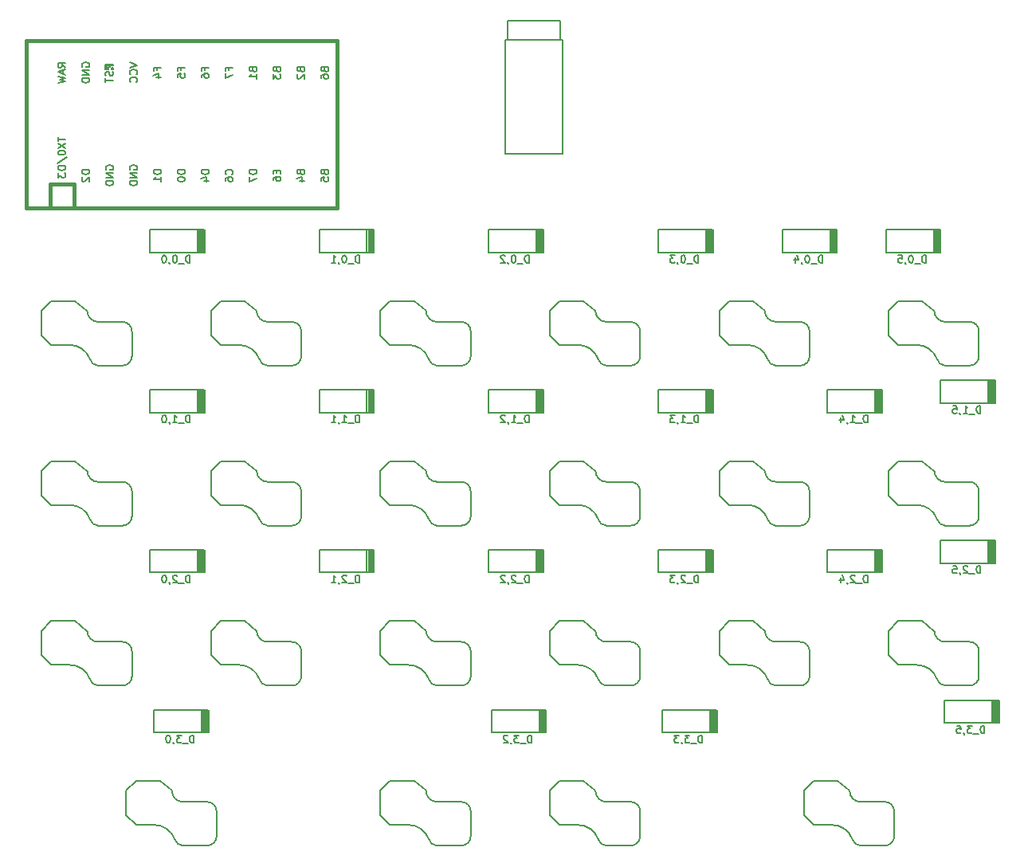
<source format=gbr>
G04 #@! TF.GenerationSoftware,KiCad,Pcbnew,5.1.10-88a1d61d58~88~ubuntu18.04.1*
G04 #@! TF.CreationDate,2021-10-06T13:15:52-05:00*
G04 #@! TF.ProjectId,keyboard,6b657962-6f61-4726-942e-6b696361645f,rev?*
G04 #@! TF.SameCoordinates,Original*
G04 #@! TF.FileFunction,Legend,Bot*
G04 #@! TF.FilePolarity,Positive*
%FSLAX46Y46*%
G04 Gerber Fmt 4.6, Leading zero omitted, Abs format (unit mm)*
G04 Created by KiCad (PCBNEW 5.1.10-88a1d61d58~88~ubuntu18.04.1) date 2021-10-06 13:15:52*
%MOMM*%
%LPD*%
G01*
G04 APERTURE LIST*
%ADD10C,0.150000*%
%ADD11C,0.381000*%
%ADD12C,0.200000*%
G04 APERTURE END LIST*
D10*
X88275000Y-73375000D02*
X89550000Y-74400000D01*
X93300000Y-75575000D02*
X90725000Y-75575000D01*
X84700000Y-74400000D02*
X85725000Y-73375000D01*
X93300000Y-80225000D02*
X90700000Y-80225000D01*
X84700000Y-77000000D02*
X85725000Y-78025000D01*
X88275000Y-73375000D02*
X85725000Y-73375000D01*
X87700000Y-78025000D02*
X85725000Y-78025000D01*
X84700000Y-74400000D02*
X84700000Y-77000000D01*
X94300000Y-76575000D02*
X94300000Y-79225000D01*
X90699005Y-80223791D02*
G75*
G02*
X89837801Y-79521904I38796J926887D01*
G01*
X89550000Y-74400000D02*
G75*
G03*
X90725000Y-75575000I1175000J0D01*
G01*
X94300000Y-76575000D02*
G75*
G03*
X93300000Y-75575000I-1000000J0D01*
G01*
X89837801Y-79521904D02*
G75*
G03*
X87700000Y-78025000I-2137801J-778096D01*
G01*
X94300000Y-79225000D02*
G75*
G02*
X93300000Y-80225000I-1000000J0D01*
G01*
X16275000Y-73375000D02*
X17550000Y-74400000D01*
X21300000Y-75575000D02*
X18725000Y-75575000D01*
X12700000Y-74400000D02*
X13725000Y-73375000D01*
X21300000Y-80225000D02*
X18700000Y-80225000D01*
X12700000Y-77000000D02*
X13725000Y-78025000D01*
X16275000Y-73375000D02*
X13725000Y-73375000D01*
X15700000Y-78025000D02*
X13725000Y-78025000D01*
X12700000Y-74400000D02*
X12700000Y-77000000D01*
X22300000Y-76575000D02*
X22300000Y-79225000D01*
X18699005Y-80223791D02*
G75*
G02*
X17837801Y-79521904I38796J926887D01*
G01*
X17550000Y-74400000D02*
G75*
G03*
X18725000Y-75575000I1175000J0D01*
G01*
X22300000Y-76575000D02*
G75*
G03*
X21300000Y-75575000I-1000000J0D01*
G01*
X17837801Y-79521904D02*
G75*
G03*
X15700000Y-78025000I-2137801J-778096D01*
G01*
X22300000Y-79225000D02*
G75*
G02*
X21300000Y-80225000I-1000000J0D01*
G01*
X53250000Y7400000D02*
X58850000Y7400000D01*
X58850000Y5400000D02*
X58850000Y7400000D01*
X53250000Y5400000D02*
X53250000Y7400000D01*
X59100000Y5400000D02*
X59100000Y-6700000D01*
X53000000Y5400000D02*
X53000000Y-6700000D01*
X53000000Y-6700000D02*
X59100000Y-6700000D01*
X53000000Y5400000D02*
X59100000Y5400000D01*
D11*
X4610000Y-9900000D02*
X4610000Y-12440000D01*
X2070000Y5340000D02*
X2070000Y-12440000D01*
X2070000Y-12440000D02*
X35090000Y-12440000D01*
X35090000Y-12440000D02*
X35090000Y5340000D01*
X35090000Y5340000D02*
X2070000Y5340000D01*
D10*
G36*
X10499030Y2294635D02*
G01*
X10599030Y2294635D01*
X10599030Y2794635D01*
X10499030Y2794635D01*
X10499030Y2294635D01*
G37*
X10499030Y2294635D02*
X10599030Y2294635D01*
X10599030Y2794635D01*
X10499030Y2794635D01*
X10499030Y2294635D01*
G36*
X10499030Y2294635D02*
G01*
X10799030Y2294635D01*
X10799030Y2394635D01*
X10499030Y2394635D01*
X10499030Y2294635D01*
G37*
X10499030Y2294635D02*
X10799030Y2294635D01*
X10799030Y2394635D01*
X10499030Y2394635D01*
X10499030Y2294635D01*
G36*
X11099030Y2294635D02*
G01*
X11299030Y2294635D01*
X11299030Y2394635D01*
X11099030Y2394635D01*
X11099030Y2294635D01*
G37*
X11099030Y2294635D02*
X11299030Y2294635D01*
X11299030Y2394635D01*
X11099030Y2394635D01*
X11099030Y2294635D01*
G36*
X10499030Y2694635D02*
G01*
X11299030Y2694635D01*
X11299030Y2794635D01*
X10499030Y2794635D01*
X10499030Y2694635D01*
G37*
X10499030Y2694635D02*
X11299030Y2694635D01*
X11299030Y2794635D01*
X10499030Y2794635D01*
X10499030Y2694635D01*
G36*
X10899030Y2494635D02*
G01*
X10999030Y2494635D01*
X10999030Y2594635D01*
X10899030Y2594635D01*
X10899030Y2494635D01*
G37*
X10899030Y2494635D02*
X10999030Y2494635D01*
X10999030Y2594635D01*
X10899030Y2594635D01*
X10899030Y2494635D01*
D11*
X4610000Y-9900000D02*
X7150000Y-9900000D01*
X7150000Y-9900000D02*
X7150000Y-12440000D01*
D10*
X67300000Y-76575000D02*
X67300000Y-79225000D01*
X57700000Y-74400000D02*
X57700000Y-77000000D01*
X60700000Y-78025000D02*
X58725000Y-78025000D01*
X61275000Y-73375000D02*
X58725000Y-73375000D01*
X57700000Y-77000000D02*
X58725000Y-78025000D01*
X66300000Y-80225000D02*
X63700000Y-80225000D01*
X57700000Y-74400000D02*
X58725000Y-73375000D01*
X66300000Y-75575000D02*
X63725000Y-75575000D01*
X61275000Y-73375000D02*
X62550000Y-74400000D01*
X63699005Y-80223791D02*
G75*
G02*
X62837801Y-79521904I38796J926887D01*
G01*
X62550000Y-74400000D02*
G75*
G03*
X63725000Y-75575000I1175000J0D01*
G01*
X67300000Y-76575000D02*
G75*
G03*
X66300000Y-75575000I-1000000J0D01*
G01*
X62837801Y-79521904D02*
G75*
G03*
X60700000Y-78025000I-2137801J-778096D01*
G01*
X67300000Y-79225000D02*
G75*
G02*
X66300000Y-80225000I-1000000J0D01*
G01*
X31300000Y-59575000D02*
X31300000Y-62225000D01*
X21700000Y-57400000D02*
X21700000Y-60000000D01*
X24700000Y-61025000D02*
X22725000Y-61025000D01*
X25275000Y-56375000D02*
X22725000Y-56375000D01*
X21700000Y-60000000D02*
X22725000Y-61025000D01*
X30300000Y-63225000D02*
X27700000Y-63225000D01*
X21700000Y-57400000D02*
X22725000Y-56375000D01*
X30300000Y-58575000D02*
X27725000Y-58575000D01*
X25275000Y-56375000D02*
X26550000Y-57400000D01*
X27699005Y-63223791D02*
G75*
G02*
X26837801Y-62521904I38796J926887D01*
G01*
X26550000Y-57400000D02*
G75*
G03*
X27725000Y-58575000I1175000J0D01*
G01*
X31300000Y-59575000D02*
G75*
G03*
X30300000Y-58575000I-1000000J0D01*
G01*
X26837801Y-62521904D02*
G75*
G03*
X24700000Y-61025000I-2137801J-778096D01*
G01*
X31300000Y-62225000D02*
G75*
G02*
X30300000Y-63225000I-1000000J0D01*
G01*
X49300000Y-59575000D02*
X49300000Y-62225000D01*
X39700000Y-57400000D02*
X39700000Y-60000000D01*
X42700000Y-61025000D02*
X40725000Y-61025000D01*
X43275000Y-56375000D02*
X40725000Y-56375000D01*
X39700000Y-60000000D02*
X40725000Y-61025000D01*
X48300000Y-63225000D02*
X45700000Y-63225000D01*
X39700000Y-57400000D02*
X40725000Y-56375000D01*
X48300000Y-58575000D02*
X45725000Y-58575000D01*
X43275000Y-56375000D02*
X44550000Y-57400000D01*
X45699005Y-63223791D02*
G75*
G02*
X44837801Y-62521904I38796J926887D01*
G01*
X44550000Y-57400000D02*
G75*
G03*
X45725000Y-58575000I1175000J0D01*
G01*
X49300000Y-59575000D02*
G75*
G03*
X48300000Y-58575000I-1000000J0D01*
G01*
X44837801Y-62521904D02*
G75*
G03*
X42700000Y-61025000I-2137801J-778096D01*
G01*
X49300000Y-62225000D02*
G75*
G02*
X48300000Y-63225000I-1000000J0D01*
G01*
X67300000Y-59575000D02*
X67300000Y-62225000D01*
X57700000Y-57400000D02*
X57700000Y-60000000D01*
X60700000Y-61025000D02*
X58725000Y-61025000D01*
X61275000Y-56375000D02*
X58725000Y-56375000D01*
X57700000Y-60000000D02*
X58725000Y-61025000D01*
X66300000Y-63225000D02*
X63700000Y-63225000D01*
X57700000Y-57400000D02*
X58725000Y-56375000D01*
X66300000Y-58575000D02*
X63725000Y-58575000D01*
X61275000Y-56375000D02*
X62550000Y-57400000D01*
X63699005Y-63223791D02*
G75*
G02*
X62837801Y-62521904I38796J926887D01*
G01*
X62550000Y-57400000D02*
G75*
G03*
X63725000Y-58575000I1175000J0D01*
G01*
X67300000Y-59575000D02*
G75*
G03*
X66300000Y-58575000I-1000000J0D01*
G01*
X62837801Y-62521904D02*
G75*
G03*
X60700000Y-61025000I-2137801J-778096D01*
G01*
X67300000Y-62225000D02*
G75*
G02*
X66300000Y-63225000I-1000000J0D01*
G01*
X85300000Y-59575000D02*
X85300000Y-62225000D01*
X75700000Y-57400000D02*
X75700000Y-60000000D01*
X78700000Y-61025000D02*
X76725000Y-61025000D01*
X79275000Y-56375000D02*
X76725000Y-56375000D01*
X75700000Y-60000000D02*
X76725000Y-61025000D01*
X84300000Y-63225000D02*
X81700000Y-63225000D01*
X75700000Y-57400000D02*
X76725000Y-56375000D01*
X84300000Y-58575000D02*
X81725000Y-58575000D01*
X79275000Y-56375000D02*
X80550000Y-57400000D01*
X81699005Y-63223791D02*
G75*
G02*
X80837801Y-62521904I38796J926887D01*
G01*
X80550000Y-57400000D02*
G75*
G03*
X81725000Y-58575000I1175000J0D01*
G01*
X85300000Y-59575000D02*
G75*
G03*
X84300000Y-58575000I-1000000J0D01*
G01*
X80837801Y-62521904D02*
G75*
G03*
X78700000Y-61025000I-2137801J-778096D01*
G01*
X85300000Y-62225000D02*
G75*
G02*
X84300000Y-63225000I-1000000J0D01*
G01*
X103300000Y-59575000D02*
X103300000Y-62225000D01*
X93700000Y-57400000D02*
X93700000Y-60000000D01*
X96700000Y-61025000D02*
X94725000Y-61025000D01*
X97275000Y-56375000D02*
X94725000Y-56375000D01*
X93700000Y-60000000D02*
X94725000Y-61025000D01*
X102300000Y-63225000D02*
X99700000Y-63225000D01*
X93700000Y-57400000D02*
X94725000Y-56375000D01*
X102300000Y-58575000D02*
X99725000Y-58575000D01*
X97275000Y-56375000D02*
X98550000Y-57400000D01*
X99699005Y-63223791D02*
G75*
G02*
X98837801Y-62521904I38796J926887D01*
G01*
X98550000Y-57400000D02*
G75*
G03*
X99725000Y-58575000I1175000J0D01*
G01*
X103300000Y-59575000D02*
G75*
G03*
X102300000Y-58575000I-1000000J0D01*
G01*
X98837801Y-62521904D02*
G75*
G03*
X96700000Y-61025000I-2137801J-778096D01*
G01*
X103300000Y-62225000D02*
G75*
G02*
X102300000Y-63225000I-1000000J0D01*
G01*
X13300000Y-59575000D02*
X13300000Y-62225000D01*
X3700000Y-57400000D02*
X3700000Y-60000000D01*
X6700000Y-61025000D02*
X4725000Y-61025000D01*
X7275000Y-56375000D02*
X4725000Y-56375000D01*
X3700000Y-60000000D02*
X4725000Y-61025000D01*
X12300000Y-63225000D02*
X9700000Y-63225000D01*
X3700000Y-57400000D02*
X4725000Y-56375000D01*
X12300000Y-58575000D02*
X9725000Y-58575000D01*
X7275000Y-56375000D02*
X8550000Y-57400000D01*
X9699005Y-63223791D02*
G75*
G02*
X8837801Y-62521904I38796J926887D01*
G01*
X8550000Y-57400000D02*
G75*
G03*
X9725000Y-58575000I1175000J0D01*
G01*
X13300000Y-59575000D02*
G75*
G03*
X12300000Y-58575000I-1000000J0D01*
G01*
X8837801Y-62521904D02*
G75*
G03*
X6700000Y-61025000I-2137801J-778096D01*
G01*
X13300000Y-62225000D02*
G75*
G02*
X12300000Y-63225000I-1000000J0D01*
G01*
X67300000Y-42575000D02*
X67300000Y-45225000D01*
X57700000Y-40400000D02*
X57700000Y-43000000D01*
X60700000Y-44025000D02*
X58725000Y-44025000D01*
X61275000Y-39375000D02*
X58725000Y-39375000D01*
X57700000Y-43000000D02*
X58725000Y-44025000D01*
X66300000Y-46225000D02*
X63700000Y-46225000D01*
X57700000Y-40400000D02*
X58725000Y-39375000D01*
X66300000Y-41575000D02*
X63725000Y-41575000D01*
X61275000Y-39375000D02*
X62550000Y-40400000D01*
X63699005Y-46223791D02*
G75*
G02*
X62837801Y-45521904I38796J926887D01*
G01*
X62550000Y-40400000D02*
G75*
G03*
X63725000Y-41575000I1175000J0D01*
G01*
X67300000Y-42575000D02*
G75*
G03*
X66300000Y-41575000I-1000000J0D01*
G01*
X62837801Y-45521904D02*
G75*
G03*
X60700000Y-44025000I-2137801J-778096D01*
G01*
X67300000Y-45225000D02*
G75*
G02*
X66300000Y-46225000I-1000000J0D01*
G01*
X85300000Y-42575000D02*
X85300000Y-45225000D01*
X75700000Y-40400000D02*
X75700000Y-43000000D01*
X78700000Y-44025000D02*
X76725000Y-44025000D01*
X79275000Y-39375000D02*
X76725000Y-39375000D01*
X75700000Y-43000000D02*
X76725000Y-44025000D01*
X84300000Y-46225000D02*
X81700000Y-46225000D01*
X75700000Y-40400000D02*
X76725000Y-39375000D01*
X84300000Y-41575000D02*
X81725000Y-41575000D01*
X79275000Y-39375000D02*
X80550000Y-40400000D01*
X81699005Y-46223791D02*
G75*
G02*
X80837801Y-45521904I38796J926887D01*
G01*
X80550000Y-40400000D02*
G75*
G03*
X81725000Y-41575000I1175000J0D01*
G01*
X85300000Y-42575000D02*
G75*
G03*
X84300000Y-41575000I-1000000J0D01*
G01*
X80837801Y-45521904D02*
G75*
G03*
X78700000Y-44025000I-2137801J-778096D01*
G01*
X85300000Y-45225000D02*
G75*
G02*
X84300000Y-46225000I-1000000J0D01*
G01*
X31300000Y-42575000D02*
X31300000Y-45225000D01*
X21700000Y-40400000D02*
X21700000Y-43000000D01*
X24700000Y-44025000D02*
X22725000Y-44025000D01*
X25275000Y-39375000D02*
X22725000Y-39375000D01*
X21700000Y-43000000D02*
X22725000Y-44025000D01*
X30300000Y-46225000D02*
X27700000Y-46225000D01*
X21700000Y-40400000D02*
X22725000Y-39375000D01*
X30300000Y-41575000D02*
X27725000Y-41575000D01*
X25275000Y-39375000D02*
X26550000Y-40400000D01*
X27699005Y-46223791D02*
G75*
G02*
X26837801Y-45521904I38796J926887D01*
G01*
X26550000Y-40400000D02*
G75*
G03*
X27725000Y-41575000I1175000J0D01*
G01*
X31300000Y-42575000D02*
G75*
G03*
X30300000Y-41575000I-1000000J0D01*
G01*
X26837801Y-45521904D02*
G75*
G03*
X24700000Y-44025000I-2137801J-778096D01*
G01*
X31300000Y-45225000D02*
G75*
G02*
X30300000Y-46225000I-1000000J0D01*
G01*
X103300000Y-42575000D02*
X103300000Y-45225000D01*
X93700000Y-40400000D02*
X93700000Y-43000000D01*
X96700000Y-44025000D02*
X94725000Y-44025000D01*
X97275000Y-39375000D02*
X94725000Y-39375000D01*
X93700000Y-43000000D02*
X94725000Y-44025000D01*
X102300000Y-46225000D02*
X99700000Y-46225000D01*
X93700000Y-40400000D02*
X94725000Y-39375000D01*
X102300000Y-41575000D02*
X99725000Y-41575000D01*
X97275000Y-39375000D02*
X98550000Y-40400000D01*
X99699005Y-46223791D02*
G75*
G02*
X98837801Y-45521904I38796J926887D01*
G01*
X98550000Y-40400000D02*
G75*
G03*
X99725000Y-41575000I1175000J0D01*
G01*
X103300000Y-42575000D02*
G75*
G03*
X102300000Y-41575000I-1000000J0D01*
G01*
X98837801Y-45521904D02*
G75*
G03*
X96700000Y-44025000I-2137801J-778096D01*
G01*
X103300000Y-45225000D02*
G75*
G02*
X102300000Y-46225000I-1000000J0D01*
G01*
X13300000Y-42575000D02*
X13300000Y-45225000D01*
X3700000Y-40400000D02*
X3700000Y-43000000D01*
X6700000Y-44025000D02*
X4725000Y-44025000D01*
X7275000Y-39375000D02*
X4725000Y-39375000D01*
X3700000Y-43000000D02*
X4725000Y-44025000D01*
X12300000Y-46225000D02*
X9700000Y-46225000D01*
X3700000Y-40400000D02*
X4725000Y-39375000D01*
X12300000Y-41575000D02*
X9725000Y-41575000D01*
X7275000Y-39375000D02*
X8550000Y-40400000D01*
X9699005Y-46223791D02*
G75*
G02*
X8837801Y-45521904I38796J926887D01*
G01*
X8550000Y-40400000D02*
G75*
G03*
X9725000Y-41575000I1175000J0D01*
G01*
X13300000Y-42575000D02*
G75*
G03*
X12300000Y-41575000I-1000000J0D01*
G01*
X8837801Y-45521904D02*
G75*
G03*
X6700000Y-44025000I-2137801J-778096D01*
G01*
X13300000Y-45225000D02*
G75*
G02*
X12300000Y-46225000I-1000000J0D01*
G01*
X49300000Y-42575000D02*
X49300000Y-45225000D01*
X39700000Y-40400000D02*
X39700000Y-43000000D01*
X42700000Y-44025000D02*
X40725000Y-44025000D01*
X43275000Y-39375000D02*
X40725000Y-39375000D01*
X39700000Y-43000000D02*
X40725000Y-44025000D01*
X48300000Y-46225000D02*
X45700000Y-46225000D01*
X39700000Y-40400000D02*
X40725000Y-39375000D01*
X48300000Y-41575000D02*
X45725000Y-41575000D01*
X43275000Y-39375000D02*
X44550000Y-40400000D01*
X45699005Y-46223791D02*
G75*
G02*
X44837801Y-45521904I38796J926887D01*
G01*
X44550000Y-40400000D02*
G75*
G03*
X45725000Y-41575000I1175000J0D01*
G01*
X49300000Y-42575000D02*
G75*
G03*
X48300000Y-41575000I-1000000J0D01*
G01*
X44837801Y-45521904D02*
G75*
G03*
X42700000Y-44025000I-2137801J-778096D01*
G01*
X49300000Y-45225000D02*
G75*
G02*
X48300000Y-46225000I-1000000J0D01*
G01*
X49300000Y-25575000D02*
X49300000Y-28225000D01*
X39700000Y-23400000D02*
X39700000Y-26000000D01*
X42700000Y-27025000D02*
X40725000Y-27025000D01*
X43275000Y-22375000D02*
X40725000Y-22375000D01*
X39700000Y-26000000D02*
X40725000Y-27025000D01*
X48300000Y-29225000D02*
X45700000Y-29225000D01*
X39700000Y-23400000D02*
X40725000Y-22375000D01*
X48300000Y-24575000D02*
X45725000Y-24575000D01*
X43275000Y-22375000D02*
X44550000Y-23400000D01*
X45699005Y-29223791D02*
G75*
G02*
X44837801Y-28521904I38796J926887D01*
G01*
X44550000Y-23400000D02*
G75*
G03*
X45725000Y-24575000I1175000J0D01*
G01*
X49300000Y-25575000D02*
G75*
G03*
X48300000Y-24575000I-1000000J0D01*
G01*
X44837801Y-28521904D02*
G75*
G03*
X42700000Y-27025000I-2137801J-778096D01*
G01*
X49300000Y-28225000D02*
G75*
G02*
X48300000Y-29225000I-1000000J0D01*
G01*
X67300000Y-25575000D02*
X67300000Y-28225000D01*
X57700000Y-23400000D02*
X57700000Y-26000000D01*
X60700000Y-27025000D02*
X58725000Y-27025000D01*
X61275000Y-22375000D02*
X58725000Y-22375000D01*
X57700000Y-26000000D02*
X58725000Y-27025000D01*
X66300000Y-29225000D02*
X63700000Y-29225000D01*
X57700000Y-23400000D02*
X58725000Y-22375000D01*
X66300000Y-24575000D02*
X63725000Y-24575000D01*
X61275000Y-22375000D02*
X62550000Y-23400000D01*
X63699005Y-29223791D02*
G75*
G02*
X62837801Y-28521904I38796J926887D01*
G01*
X62550000Y-23400000D02*
G75*
G03*
X63725000Y-24575000I1175000J0D01*
G01*
X67300000Y-25575000D02*
G75*
G03*
X66300000Y-24575000I-1000000J0D01*
G01*
X62837801Y-28521904D02*
G75*
G03*
X60700000Y-27025000I-2137801J-778096D01*
G01*
X67300000Y-28225000D02*
G75*
G02*
X66300000Y-29225000I-1000000J0D01*
G01*
X85300000Y-25575000D02*
X85300000Y-28225000D01*
X75700000Y-23400000D02*
X75700000Y-26000000D01*
X78700000Y-27025000D02*
X76725000Y-27025000D01*
X79275000Y-22375000D02*
X76725000Y-22375000D01*
X75700000Y-26000000D02*
X76725000Y-27025000D01*
X84300000Y-29225000D02*
X81700000Y-29225000D01*
X75700000Y-23400000D02*
X76725000Y-22375000D01*
X84300000Y-24575000D02*
X81725000Y-24575000D01*
X79275000Y-22375000D02*
X80550000Y-23400000D01*
X81699005Y-29223791D02*
G75*
G02*
X80837801Y-28521904I38796J926887D01*
G01*
X80550000Y-23400000D02*
G75*
G03*
X81725000Y-24575000I1175000J0D01*
G01*
X85300000Y-25575000D02*
G75*
G03*
X84300000Y-24575000I-1000000J0D01*
G01*
X80837801Y-28521904D02*
G75*
G03*
X78700000Y-27025000I-2137801J-778096D01*
G01*
X85300000Y-28225000D02*
G75*
G02*
X84300000Y-29225000I-1000000J0D01*
G01*
X103300000Y-25575000D02*
X103300000Y-28225000D01*
X93700000Y-23400000D02*
X93700000Y-26000000D01*
X96700000Y-27025000D02*
X94725000Y-27025000D01*
X97275000Y-22375000D02*
X94725000Y-22375000D01*
X93700000Y-26000000D02*
X94725000Y-27025000D01*
X102300000Y-29225000D02*
X99700000Y-29225000D01*
X93700000Y-23400000D02*
X94725000Y-22375000D01*
X102300000Y-24575000D02*
X99725000Y-24575000D01*
X97275000Y-22375000D02*
X98550000Y-23400000D01*
X99699005Y-29223791D02*
G75*
G02*
X98837801Y-28521904I38796J926887D01*
G01*
X98550000Y-23400000D02*
G75*
G03*
X99725000Y-24575000I1175000J0D01*
G01*
X103300000Y-25575000D02*
G75*
G03*
X102300000Y-24575000I-1000000J0D01*
G01*
X98837801Y-28521904D02*
G75*
G03*
X96700000Y-27025000I-2137801J-778096D01*
G01*
X103300000Y-28225000D02*
G75*
G02*
X102300000Y-29225000I-1000000J0D01*
G01*
X13300000Y-25575000D02*
X13300000Y-28225000D01*
X3700000Y-23400000D02*
X3700000Y-26000000D01*
X6700000Y-27025000D02*
X4725000Y-27025000D01*
X7275000Y-22375000D02*
X4725000Y-22375000D01*
X3700000Y-26000000D02*
X4725000Y-27025000D01*
X12300000Y-29225000D02*
X9700000Y-29225000D01*
X3700000Y-23400000D02*
X4725000Y-22375000D01*
X12300000Y-24575000D02*
X9725000Y-24575000D01*
X7275000Y-22375000D02*
X8550000Y-23400000D01*
X9699005Y-29223791D02*
G75*
G02*
X8837801Y-28521904I38796J926887D01*
G01*
X8550000Y-23400000D02*
G75*
G03*
X9725000Y-24575000I1175000J0D01*
G01*
X13300000Y-25575000D02*
G75*
G03*
X12300000Y-24575000I-1000000J0D01*
G01*
X8837801Y-28521904D02*
G75*
G03*
X6700000Y-27025000I-2137801J-778096D01*
G01*
X13300000Y-28225000D02*
G75*
G02*
X12300000Y-29225000I-1000000J0D01*
G01*
X31300000Y-25575000D02*
X31300000Y-28225000D01*
X21700000Y-23400000D02*
X21700000Y-26000000D01*
X24700000Y-27025000D02*
X22725000Y-27025000D01*
X25275000Y-22375000D02*
X22725000Y-22375000D01*
X21700000Y-26000000D02*
X22725000Y-27025000D01*
X30300000Y-29225000D02*
X27700000Y-29225000D01*
X21700000Y-23400000D02*
X22725000Y-22375000D01*
X30300000Y-24575000D02*
X27725000Y-24575000D01*
X25275000Y-22375000D02*
X26550000Y-23400000D01*
X27699005Y-29223791D02*
G75*
G02*
X26837801Y-28521904I38796J926887D01*
G01*
X26550000Y-23400000D02*
G75*
G03*
X27725000Y-24575000I1175000J0D01*
G01*
X31300000Y-25575000D02*
G75*
G03*
X30300000Y-24575000I-1000000J0D01*
G01*
X26837801Y-28521904D02*
G75*
G03*
X24700000Y-27025000I-2137801J-778096D01*
G01*
X31300000Y-28225000D02*
G75*
G02*
X30300000Y-29225000I-1000000J0D01*
G01*
X49300000Y-76575000D02*
X49300000Y-79225000D01*
X39700000Y-74400000D02*
X39700000Y-77000000D01*
X42700000Y-78025000D02*
X40725000Y-78025000D01*
X43275000Y-73375000D02*
X40725000Y-73375000D01*
X39700000Y-77000000D02*
X40725000Y-78025000D01*
X48300000Y-80225000D02*
X45700000Y-80225000D01*
X39700000Y-74400000D02*
X40725000Y-73375000D01*
X48300000Y-75575000D02*
X45725000Y-75575000D01*
X43275000Y-73375000D02*
X44550000Y-74400000D01*
X45699005Y-80223791D02*
G75*
G02*
X44837801Y-79521904I38796J926887D01*
G01*
X44550000Y-74400000D02*
G75*
G03*
X45725000Y-75575000I1175000J0D01*
G01*
X49300000Y-76575000D02*
G75*
G03*
X48300000Y-75575000I-1000000J0D01*
G01*
X44837801Y-79521904D02*
G75*
G03*
X42700000Y-78025000I-2137801J-778096D01*
G01*
X49300000Y-79225000D02*
G75*
G02*
X48300000Y-80225000I-1000000J0D01*
G01*
D12*
X15200000Y-17200000D02*
X21000000Y-17200000D01*
X15200000Y-14800000D02*
X15200000Y-17200000D01*
X21000000Y-14800000D02*
X15200000Y-14800000D01*
X20925000Y-14800000D02*
X20925000Y-17200000D01*
X20800000Y-14800000D02*
X20800000Y-17200000D01*
X21025000Y-17200000D02*
X21025000Y-14800000D01*
X20625000Y-14800000D02*
X20625000Y-17200000D01*
X20450000Y-14800000D02*
X20450000Y-17200000D01*
X20275000Y-14800000D02*
X20275000Y-17200000D01*
X99625000Y-67200000D02*
X105425000Y-67200000D01*
X99625000Y-64800000D02*
X99625000Y-67200000D01*
X105425000Y-64800000D02*
X99625000Y-64800000D01*
X105350000Y-64800000D02*
X105350000Y-67200000D01*
X105225000Y-64800000D02*
X105225000Y-67200000D01*
X105450000Y-67200000D02*
X105450000Y-64800000D01*
X105050000Y-64800000D02*
X105050000Y-67200000D01*
X104875000Y-64800000D02*
X104875000Y-67200000D01*
X104700000Y-64800000D02*
X104700000Y-67200000D01*
X69625000Y-68200000D02*
X75425000Y-68200000D01*
X69625000Y-65800000D02*
X69625000Y-68200000D01*
X75425000Y-65800000D02*
X69625000Y-65800000D01*
X75350000Y-65800000D02*
X75350000Y-68200000D01*
X75225000Y-65800000D02*
X75225000Y-68200000D01*
X75450000Y-68200000D02*
X75450000Y-65800000D01*
X75050000Y-65800000D02*
X75050000Y-68200000D01*
X74875000Y-65800000D02*
X74875000Y-68200000D01*
X74700000Y-65800000D02*
X74700000Y-68200000D01*
X51500000Y-68200000D02*
X57300000Y-68200000D01*
X51500000Y-65800000D02*
X51500000Y-68200000D01*
X57300000Y-65800000D02*
X51500000Y-65800000D01*
X57225000Y-65800000D02*
X57225000Y-68200000D01*
X57100000Y-65800000D02*
X57100000Y-68200000D01*
X57325000Y-68200000D02*
X57325000Y-65800000D01*
X56925000Y-65800000D02*
X56925000Y-68200000D01*
X56750000Y-65800000D02*
X56750000Y-68200000D01*
X56575000Y-65800000D02*
X56575000Y-68200000D01*
X15625000Y-68200000D02*
X21425000Y-68200000D01*
X15625000Y-65800000D02*
X15625000Y-68200000D01*
X21425000Y-65800000D02*
X15625000Y-65800000D01*
X21350000Y-65800000D02*
X21350000Y-68200000D01*
X21225000Y-65800000D02*
X21225000Y-68200000D01*
X21450000Y-68200000D02*
X21450000Y-65800000D01*
X21050000Y-65800000D02*
X21050000Y-68200000D01*
X20875000Y-65800000D02*
X20875000Y-68200000D01*
X20700000Y-65800000D02*
X20700000Y-68200000D01*
X99200000Y-50200000D02*
X105000000Y-50200000D01*
X99200000Y-47800000D02*
X99200000Y-50200000D01*
X105000000Y-47800000D02*
X99200000Y-47800000D01*
X104925000Y-47800000D02*
X104925000Y-50200000D01*
X104800000Y-47800000D02*
X104800000Y-50200000D01*
X105025000Y-50200000D02*
X105025000Y-47800000D01*
X104625000Y-47800000D02*
X104625000Y-50200000D01*
X104450000Y-47800000D02*
X104450000Y-50200000D01*
X104275000Y-47800000D02*
X104275000Y-50200000D01*
X87200000Y-51200000D02*
X93000000Y-51200000D01*
X87200000Y-48800000D02*
X87200000Y-51200000D01*
X93000000Y-48800000D02*
X87200000Y-48800000D01*
X92925000Y-48800000D02*
X92925000Y-51200000D01*
X92800000Y-48800000D02*
X92800000Y-51200000D01*
X93025000Y-51200000D02*
X93025000Y-48800000D01*
X92625000Y-48800000D02*
X92625000Y-51200000D01*
X92450000Y-48800000D02*
X92450000Y-51200000D01*
X92275000Y-48800000D02*
X92275000Y-51200000D01*
X69200000Y-51200000D02*
X75000000Y-51200000D01*
X69200000Y-48800000D02*
X69200000Y-51200000D01*
X75000000Y-48800000D02*
X69200000Y-48800000D01*
X74925000Y-48800000D02*
X74925000Y-51200000D01*
X74800000Y-48800000D02*
X74800000Y-51200000D01*
X75025000Y-51200000D02*
X75025000Y-48800000D01*
X74625000Y-48800000D02*
X74625000Y-51200000D01*
X74450000Y-48800000D02*
X74450000Y-51200000D01*
X74275000Y-48800000D02*
X74275000Y-51200000D01*
X51200000Y-51200000D02*
X57000000Y-51200000D01*
X51200000Y-48800000D02*
X51200000Y-51200000D01*
X57000000Y-48800000D02*
X51200000Y-48800000D01*
X56925000Y-48800000D02*
X56925000Y-51200000D01*
X56800000Y-48800000D02*
X56800000Y-51200000D01*
X57025000Y-51200000D02*
X57025000Y-48800000D01*
X56625000Y-48800000D02*
X56625000Y-51200000D01*
X56450000Y-48800000D02*
X56450000Y-51200000D01*
X56275000Y-48800000D02*
X56275000Y-51200000D01*
X33200000Y-51200000D02*
X39000000Y-51200000D01*
X33200000Y-48800000D02*
X33200000Y-51200000D01*
X39000000Y-48800000D02*
X33200000Y-48800000D01*
X38925000Y-48800000D02*
X38925000Y-51200000D01*
X38800000Y-48800000D02*
X38800000Y-51200000D01*
X39025000Y-51200000D02*
X39025000Y-48800000D01*
X38625000Y-48800000D02*
X38625000Y-51200000D01*
X38450000Y-48800000D02*
X38450000Y-51200000D01*
X38275000Y-48800000D02*
X38275000Y-51200000D01*
X15200000Y-51200000D02*
X21000000Y-51200000D01*
X15200000Y-48800000D02*
X15200000Y-51200000D01*
X21000000Y-48800000D02*
X15200000Y-48800000D01*
X20925000Y-48800000D02*
X20925000Y-51200000D01*
X20800000Y-48800000D02*
X20800000Y-51200000D01*
X21025000Y-51200000D02*
X21025000Y-48800000D01*
X20625000Y-48800000D02*
X20625000Y-51200000D01*
X20450000Y-48800000D02*
X20450000Y-51200000D01*
X20275000Y-48800000D02*
X20275000Y-51200000D01*
X99200000Y-33200000D02*
X105000000Y-33200000D01*
X99200000Y-30800000D02*
X99200000Y-33200000D01*
X105000000Y-30800000D02*
X99200000Y-30800000D01*
X104925000Y-30800000D02*
X104925000Y-33200000D01*
X104800000Y-30800000D02*
X104800000Y-33200000D01*
X105025000Y-33200000D02*
X105025000Y-30800000D01*
X104625000Y-30800000D02*
X104625000Y-33200000D01*
X104450000Y-30800000D02*
X104450000Y-33200000D01*
X104275000Y-30800000D02*
X104275000Y-33200000D01*
X87200000Y-34200000D02*
X93000000Y-34200000D01*
X87200000Y-31800000D02*
X87200000Y-34200000D01*
X93000000Y-31800000D02*
X87200000Y-31800000D01*
X92925000Y-31800000D02*
X92925000Y-34200000D01*
X92800000Y-31800000D02*
X92800000Y-34200000D01*
X93025000Y-34200000D02*
X93025000Y-31800000D01*
X92625000Y-31800000D02*
X92625000Y-34200000D01*
X92450000Y-31800000D02*
X92450000Y-34200000D01*
X92275000Y-31800000D02*
X92275000Y-34200000D01*
X69200000Y-34200000D02*
X75000000Y-34200000D01*
X69200000Y-31800000D02*
X69200000Y-34200000D01*
X75000000Y-31800000D02*
X69200000Y-31800000D01*
X74925000Y-31800000D02*
X74925000Y-34200000D01*
X74800000Y-31800000D02*
X74800000Y-34200000D01*
X75025000Y-34200000D02*
X75025000Y-31800000D01*
X74625000Y-31800000D02*
X74625000Y-34200000D01*
X74450000Y-31800000D02*
X74450000Y-34200000D01*
X74275000Y-31800000D02*
X74275000Y-34200000D01*
X51200000Y-34200000D02*
X57000000Y-34200000D01*
X51200000Y-31800000D02*
X51200000Y-34200000D01*
X57000000Y-31800000D02*
X51200000Y-31800000D01*
X56925000Y-31800000D02*
X56925000Y-34200000D01*
X56800000Y-31800000D02*
X56800000Y-34200000D01*
X57025000Y-34200000D02*
X57025000Y-31800000D01*
X56625000Y-31800000D02*
X56625000Y-34200000D01*
X56450000Y-31800000D02*
X56450000Y-34200000D01*
X56275000Y-31800000D02*
X56275000Y-34200000D01*
X33200000Y-34200000D02*
X39000000Y-34200000D01*
X33200000Y-31800000D02*
X33200000Y-34200000D01*
X39000000Y-31800000D02*
X33200000Y-31800000D01*
X38925000Y-31800000D02*
X38925000Y-34200000D01*
X38800000Y-31800000D02*
X38800000Y-34200000D01*
X39025000Y-34200000D02*
X39025000Y-31800000D01*
X38625000Y-31800000D02*
X38625000Y-34200000D01*
X38450000Y-31800000D02*
X38450000Y-34200000D01*
X38275000Y-31800000D02*
X38275000Y-34200000D01*
X15200000Y-34200000D02*
X21000000Y-34200000D01*
X15200000Y-31800000D02*
X15200000Y-34200000D01*
X21000000Y-31800000D02*
X15200000Y-31800000D01*
X20925000Y-31800000D02*
X20925000Y-34200000D01*
X20800000Y-31800000D02*
X20800000Y-34200000D01*
X21025000Y-34200000D02*
X21025000Y-31800000D01*
X20625000Y-31800000D02*
X20625000Y-34200000D01*
X20450000Y-31800000D02*
X20450000Y-34200000D01*
X20275000Y-31800000D02*
X20275000Y-34200000D01*
X93400000Y-17200000D02*
X99200000Y-17200000D01*
X93400000Y-14800000D02*
X93400000Y-17200000D01*
X99200000Y-14800000D02*
X93400000Y-14800000D01*
X99125000Y-14800000D02*
X99125000Y-17200000D01*
X99000000Y-14800000D02*
X99000000Y-17200000D01*
X99225000Y-17200000D02*
X99225000Y-14800000D01*
X98825000Y-14800000D02*
X98825000Y-17200000D01*
X98650000Y-14800000D02*
X98650000Y-17200000D01*
X98475000Y-14800000D02*
X98475000Y-17200000D01*
X82400000Y-17200000D02*
X88200000Y-17200000D01*
X82400000Y-14800000D02*
X82400000Y-17200000D01*
X88200000Y-14800000D02*
X82400000Y-14800000D01*
X88125000Y-14800000D02*
X88125000Y-17200000D01*
X88000000Y-14800000D02*
X88000000Y-17200000D01*
X88225000Y-17200000D02*
X88225000Y-14800000D01*
X87825000Y-14800000D02*
X87825000Y-17200000D01*
X87650000Y-14800000D02*
X87650000Y-17200000D01*
X87475000Y-14800000D02*
X87475000Y-17200000D01*
X69200000Y-17200000D02*
X75000000Y-17200000D01*
X69200000Y-14800000D02*
X69200000Y-17200000D01*
X75000000Y-14800000D02*
X69200000Y-14800000D01*
X74925000Y-14800000D02*
X74925000Y-17200000D01*
X74800000Y-14800000D02*
X74800000Y-17200000D01*
X75025000Y-17200000D02*
X75025000Y-14800000D01*
X74625000Y-14800000D02*
X74625000Y-17200000D01*
X74450000Y-14800000D02*
X74450000Y-17200000D01*
X74275000Y-14800000D02*
X74275000Y-17200000D01*
X51200000Y-17200000D02*
X57000000Y-17200000D01*
X51200000Y-14800000D02*
X51200000Y-17200000D01*
X57000000Y-14800000D02*
X51200000Y-14800000D01*
X56925000Y-14800000D02*
X56925000Y-17200000D01*
X56800000Y-14800000D02*
X56800000Y-17200000D01*
X57025000Y-17200000D02*
X57025000Y-14800000D01*
X56625000Y-14800000D02*
X56625000Y-17200000D01*
X56450000Y-14800000D02*
X56450000Y-17200000D01*
X56275000Y-14800000D02*
X56275000Y-17200000D01*
X33200000Y-17200000D02*
X39000000Y-17200000D01*
X33200000Y-14800000D02*
X33200000Y-17200000D01*
X39000000Y-14800000D02*
X33200000Y-14800000D01*
X38925000Y-14800000D02*
X38925000Y-17200000D01*
X38800000Y-14800000D02*
X38800000Y-17200000D01*
X39025000Y-17200000D02*
X39025000Y-14800000D01*
X38625000Y-14800000D02*
X38625000Y-17200000D01*
X38450000Y-14800000D02*
X38450000Y-17200000D01*
X38275000Y-14800000D02*
X38275000Y-17200000D01*
D10*
X11263809Y2023333D02*
X11301904Y1909047D01*
X11301904Y1718571D01*
X11263809Y1642380D01*
X11225714Y1604285D01*
X11149523Y1566190D01*
X11073333Y1566190D01*
X10997142Y1604285D01*
X10959047Y1642380D01*
X10920952Y1718571D01*
X10882857Y1870952D01*
X10844761Y1947142D01*
X10806666Y1985238D01*
X10730476Y2023333D01*
X10654285Y2023333D01*
X10578095Y1985238D01*
X10540000Y1947142D01*
X10501904Y1870952D01*
X10501904Y1680476D01*
X10540000Y1566190D01*
X10501904Y1337619D02*
X10501904Y880476D01*
X11301904Y1109047D02*
X10501904Y1109047D01*
X5441904Y-4931395D02*
X5441904Y-5388538D01*
X6241904Y-5159967D02*
X5441904Y-5159967D01*
X5441904Y-5579014D02*
X6241904Y-6112348D01*
X5441904Y-6112348D02*
X6241904Y-5579014D01*
X5441904Y-6569491D02*
X5441904Y-6645681D01*
X5480000Y-6721872D01*
X5518095Y-6759967D01*
X5594285Y-6798062D01*
X5746666Y-6836157D01*
X5937142Y-6836157D01*
X6089523Y-6798062D01*
X6165714Y-6759967D01*
X6203809Y-6721872D01*
X6241904Y-6645681D01*
X6241904Y-6569491D01*
X6203809Y-6493300D01*
X6165714Y-6455205D01*
X6089523Y-6417110D01*
X5937142Y-6379014D01*
X5746666Y-6379014D01*
X5594285Y-6417110D01*
X5518095Y-6455205D01*
X5480000Y-6493300D01*
X5441904Y-6569491D01*
X5403809Y-7750443D02*
X6432380Y-7064729D01*
X6241904Y-8017110D02*
X5441904Y-8017110D01*
X5441904Y-8207586D01*
X5480000Y-8321872D01*
X5556190Y-8398062D01*
X5632380Y-8436157D01*
X5784761Y-8474252D01*
X5899047Y-8474252D01*
X6051428Y-8436157D01*
X6127619Y-8398062D01*
X6203809Y-8321872D01*
X6241904Y-8207586D01*
X6241904Y-8017110D01*
X5441904Y-8740919D02*
X5441904Y-9236157D01*
X5746666Y-8969491D01*
X5746666Y-9083776D01*
X5784761Y-9159967D01*
X5822857Y-9198062D01*
X5899047Y-9236157D01*
X6089523Y-9236157D01*
X6165714Y-9198062D01*
X6203809Y-9159967D01*
X6241904Y-9083776D01*
X6241904Y-8855205D01*
X6203809Y-8779014D01*
X6165714Y-8740919D01*
X31222857Y2234809D02*
X31260952Y2120523D01*
X31299047Y2082428D01*
X31375238Y2044333D01*
X31489523Y2044333D01*
X31565714Y2082428D01*
X31603809Y2120523D01*
X31641904Y2196714D01*
X31641904Y2501476D01*
X30841904Y2501476D01*
X30841904Y2234809D01*
X30880000Y2158619D01*
X30918095Y2120523D01*
X30994285Y2082428D01*
X31070476Y2082428D01*
X31146666Y2120523D01*
X31184761Y2158619D01*
X31222857Y2234809D01*
X31222857Y2501476D01*
X30918095Y1739571D02*
X30880000Y1701476D01*
X30841904Y1625285D01*
X30841904Y1434809D01*
X30880000Y1358619D01*
X30918095Y1320523D01*
X30994285Y1282428D01*
X31070476Y1282428D01*
X31184761Y1320523D01*
X31641904Y1777666D01*
X31641904Y1282428D01*
X23602857Y2177666D02*
X23602857Y2444333D01*
X24021904Y2444333D02*
X23221904Y2444333D01*
X23221904Y2063380D01*
X23221904Y1834809D02*
X23221904Y1301476D01*
X24021904Y1644333D01*
X21062857Y2177666D02*
X21062857Y2444333D01*
X21481904Y2444333D02*
X20681904Y2444333D01*
X20681904Y2063380D01*
X20681904Y1415761D02*
X20681904Y1568142D01*
X20720000Y1644333D01*
X20758095Y1682428D01*
X20872380Y1758619D01*
X21024761Y1796714D01*
X21329523Y1796714D01*
X21405714Y1758619D01*
X21443809Y1720523D01*
X21481904Y1644333D01*
X21481904Y1491952D01*
X21443809Y1415761D01*
X21405714Y1377666D01*
X21329523Y1339571D01*
X21139047Y1339571D01*
X21062857Y1377666D01*
X21024761Y1415761D01*
X20986666Y1491952D01*
X20986666Y1644333D01*
X21024761Y1720523D01*
X21062857Y1758619D01*
X21139047Y1796714D01*
X18522857Y2177666D02*
X18522857Y2444333D01*
X18941904Y2444333D02*
X18141904Y2444333D01*
X18141904Y2063380D01*
X18141904Y1377666D02*
X18141904Y1758619D01*
X18522857Y1796714D01*
X18484761Y1758619D01*
X18446666Y1682428D01*
X18446666Y1491952D01*
X18484761Y1415761D01*
X18522857Y1377666D01*
X18599047Y1339571D01*
X18789523Y1339571D01*
X18865714Y1377666D01*
X18903809Y1415761D01*
X18941904Y1491952D01*
X18941904Y1682428D01*
X18903809Y1758619D01*
X18865714Y1796714D01*
X6241904Y2463380D02*
X5860952Y2730047D01*
X6241904Y2920523D02*
X5441904Y2920523D01*
X5441904Y2615761D01*
X5480000Y2539571D01*
X5518095Y2501476D01*
X5594285Y2463380D01*
X5708571Y2463380D01*
X5784761Y2501476D01*
X5822857Y2539571D01*
X5860952Y2615761D01*
X5860952Y2920523D01*
X6013333Y2158619D02*
X6013333Y1777666D01*
X6241904Y2234809D02*
X5441904Y1968142D01*
X6241904Y1701476D01*
X5441904Y1511000D02*
X6241904Y1320523D01*
X5670476Y1168142D01*
X6241904Y1015761D01*
X5441904Y825285D01*
X8020000Y2520523D02*
X7981904Y2596714D01*
X7981904Y2711000D01*
X8020000Y2825285D01*
X8096190Y2901476D01*
X8172380Y2939571D01*
X8324761Y2977666D01*
X8439047Y2977666D01*
X8591428Y2939571D01*
X8667619Y2901476D01*
X8743809Y2825285D01*
X8781904Y2711000D01*
X8781904Y2634809D01*
X8743809Y2520523D01*
X8705714Y2482428D01*
X8439047Y2482428D01*
X8439047Y2634809D01*
X8781904Y2139571D02*
X7981904Y2139571D01*
X8781904Y1682428D01*
X7981904Y1682428D01*
X8781904Y1301476D02*
X7981904Y1301476D01*
X7981904Y1111000D01*
X8020000Y996714D01*
X8096190Y920523D01*
X8172380Y882428D01*
X8324761Y844333D01*
X8439047Y844333D01*
X8591428Y882428D01*
X8667619Y920523D01*
X8743809Y996714D01*
X8781904Y1111000D01*
X8781904Y1301476D01*
X13061904Y2977666D02*
X13861904Y2711000D01*
X13061904Y2444333D01*
X13785714Y1720523D02*
X13823809Y1758619D01*
X13861904Y1872904D01*
X13861904Y1949095D01*
X13823809Y2063380D01*
X13747619Y2139571D01*
X13671428Y2177666D01*
X13519047Y2215761D01*
X13404761Y2215761D01*
X13252380Y2177666D01*
X13176190Y2139571D01*
X13100000Y2063380D01*
X13061904Y1949095D01*
X13061904Y1872904D01*
X13100000Y1758619D01*
X13138095Y1720523D01*
X13785714Y920523D02*
X13823809Y958619D01*
X13861904Y1072904D01*
X13861904Y1149095D01*
X13823809Y1263380D01*
X13747619Y1339571D01*
X13671428Y1377666D01*
X13519047Y1415761D01*
X13404761Y1415761D01*
X13252380Y1377666D01*
X13176190Y1339571D01*
X13100000Y1263380D01*
X13061904Y1149095D01*
X13061904Y1072904D01*
X13100000Y958619D01*
X13138095Y920523D01*
X15982857Y2177666D02*
X15982857Y2444333D01*
X16401904Y2444333D02*
X15601904Y2444333D01*
X15601904Y2063380D01*
X15868571Y1415761D02*
X16401904Y1415761D01*
X15563809Y1606238D02*
X16135238Y1796714D01*
X16135238Y1301476D01*
X26142857Y2234809D02*
X26180952Y2120523D01*
X26219047Y2082428D01*
X26295238Y2044333D01*
X26409523Y2044333D01*
X26485714Y2082428D01*
X26523809Y2120523D01*
X26561904Y2196714D01*
X26561904Y2501476D01*
X25761904Y2501476D01*
X25761904Y2234809D01*
X25800000Y2158619D01*
X25838095Y2120523D01*
X25914285Y2082428D01*
X25990476Y2082428D01*
X26066666Y2120523D01*
X26104761Y2158619D01*
X26142857Y2234809D01*
X26142857Y2501476D01*
X26561904Y1282428D02*
X26561904Y1739571D01*
X26561904Y1511000D02*
X25761904Y1511000D01*
X25876190Y1587190D01*
X25952380Y1663380D01*
X25990476Y1739571D01*
X28682857Y2234809D02*
X28720952Y2120523D01*
X28759047Y2082428D01*
X28835238Y2044333D01*
X28949523Y2044333D01*
X29025714Y2082428D01*
X29063809Y2120523D01*
X29101904Y2196714D01*
X29101904Y2501476D01*
X28301904Y2501476D01*
X28301904Y2234809D01*
X28340000Y2158619D01*
X28378095Y2120523D01*
X28454285Y2082428D01*
X28530476Y2082428D01*
X28606666Y2120523D01*
X28644761Y2158619D01*
X28682857Y2234809D01*
X28682857Y2501476D01*
X28301904Y1777666D02*
X28301904Y1282428D01*
X28606666Y1549095D01*
X28606666Y1434809D01*
X28644761Y1358619D01*
X28682857Y1320523D01*
X28759047Y1282428D01*
X28949523Y1282428D01*
X29025714Y1320523D01*
X29063809Y1358619D01*
X29101904Y1434809D01*
X29101904Y1663380D01*
X29063809Y1739571D01*
X29025714Y1777666D01*
X33762857Y2234809D02*
X33800952Y2120523D01*
X33839047Y2082428D01*
X33915238Y2044333D01*
X34029523Y2044333D01*
X34105714Y2082428D01*
X34143809Y2120523D01*
X34181904Y2196714D01*
X34181904Y2501476D01*
X33381904Y2501476D01*
X33381904Y2234809D01*
X33420000Y2158619D01*
X33458095Y2120523D01*
X33534285Y2082428D01*
X33610476Y2082428D01*
X33686666Y2120523D01*
X33724761Y2158619D01*
X33762857Y2234809D01*
X33762857Y2501476D01*
X33381904Y1358619D02*
X33381904Y1511000D01*
X33420000Y1587190D01*
X33458095Y1625285D01*
X33572380Y1701476D01*
X33724761Y1739571D01*
X34029523Y1739571D01*
X34105714Y1701476D01*
X34143809Y1663380D01*
X34181904Y1587190D01*
X34181904Y1434809D01*
X34143809Y1358619D01*
X34105714Y1320523D01*
X34029523Y1282428D01*
X33839047Y1282428D01*
X33762857Y1320523D01*
X33724761Y1358619D01*
X33686666Y1434809D01*
X33686666Y1587190D01*
X33724761Y1663380D01*
X33762857Y1701476D01*
X33839047Y1739571D01*
X33762857Y-8687190D02*
X33800952Y-8801476D01*
X33839047Y-8839571D01*
X33915238Y-8877666D01*
X34029523Y-8877666D01*
X34105714Y-8839571D01*
X34143809Y-8801476D01*
X34181904Y-8725285D01*
X34181904Y-8420523D01*
X33381904Y-8420523D01*
X33381904Y-8687190D01*
X33420000Y-8763380D01*
X33458095Y-8801476D01*
X33534285Y-8839571D01*
X33610476Y-8839571D01*
X33686666Y-8801476D01*
X33724761Y-8763380D01*
X33762857Y-8687190D01*
X33762857Y-8420523D01*
X33381904Y-9601476D02*
X33381904Y-9220523D01*
X33762857Y-9182428D01*
X33724761Y-9220523D01*
X33686666Y-9296714D01*
X33686666Y-9487190D01*
X33724761Y-9563380D01*
X33762857Y-9601476D01*
X33839047Y-9639571D01*
X34029523Y-9639571D01*
X34105714Y-9601476D01*
X34143809Y-9563380D01*
X34181904Y-9487190D01*
X34181904Y-9296714D01*
X34143809Y-9220523D01*
X34105714Y-9182428D01*
X31222857Y-8687190D02*
X31260952Y-8801476D01*
X31299047Y-8839571D01*
X31375238Y-8877666D01*
X31489523Y-8877666D01*
X31565714Y-8839571D01*
X31603809Y-8801476D01*
X31641904Y-8725285D01*
X31641904Y-8420523D01*
X30841904Y-8420523D01*
X30841904Y-8687190D01*
X30880000Y-8763380D01*
X30918095Y-8801476D01*
X30994285Y-8839571D01*
X31070476Y-8839571D01*
X31146666Y-8801476D01*
X31184761Y-8763380D01*
X31222857Y-8687190D01*
X31222857Y-8420523D01*
X31108571Y-9563380D02*
X31641904Y-9563380D01*
X30803809Y-9372904D02*
X31375238Y-9182428D01*
X31375238Y-9677666D01*
X28682857Y-8458619D02*
X28682857Y-8725285D01*
X29101904Y-8839571D02*
X29101904Y-8458619D01*
X28301904Y-8458619D01*
X28301904Y-8839571D01*
X28301904Y-9525285D02*
X28301904Y-9372904D01*
X28340000Y-9296714D01*
X28378095Y-9258619D01*
X28492380Y-9182428D01*
X28644761Y-9144333D01*
X28949523Y-9144333D01*
X29025714Y-9182428D01*
X29063809Y-9220523D01*
X29101904Y-9296714D01*
X29101904Y-9449095D01*
X29063809Y-9525285D01*
X29025714Y-9563380D01*
X28949523Y-9601476D01*
X28759047Y-9601476D01*
X28682857Y-9563380D01*
X28644761Y-9525285D01*
X28606666Y-9449095D01*
X28606666Y-9296714D01*
X28644761Y-9220523D01*
X28682857Y-9182428D01*
X28759047Y-9144333D01*
X26561904Y-8420523D02*
X25761904Y-8420523D01*
X25761904Y-8611000D01*
X25800000Y-8725285D01*
X25876190Y-8801476D01*
X25952380Y-8839571D01*
X26104761Y-8877666D01*
X26219047Y-8877666D01*
X26371428Y-8839571D01*
X26447619Y-8801476D01*
X26523809Y-8725285D01*
X26561904Y-8611000D01*
X26561904Y-8420523D01*
X25761904Y-9144333D02*
X25761904Y-9677666D01*
X26561904Y-9334809D01*
X23945714Y-8877666D02*
X23983809Y-8839571D01*
X24021904Y-8725285D01*
X24021904Y-8649095D01*
X23983809Y-8534809D01*
X23907619Y-8458619D01*
X23831428Y-8420523D01*
X23679047Y-8382428D01*
X23564761Y-8382428D01*
X23412380Y-8420523D01*
X23336190Y-8458619D01*
X23260000Y-8534809D01*
X23221904Y-8649095D01*
X23221904Y-8725285D01*
X23260000Y-8839571D01*
X23298095Y-8877666D01*
X23221904Y-9563380D02*
X23221904Y-9411000D01*
X23260000Y-9334809D01*
X23298095Y-9296714D01*
X23412380Y-9220523D01*
X23564761Y-9182428D01*
X23869523Y-9182428D01*
X23945714Y-9220523D01*
X23983809Y-9258619D01*
X24021904Y-9334809D01*
X24021904Y-9487190D01*
X23983809Y-9563380D01*
X23945714Y-9601476D01*
X23869523Y-9639571D01*
X23679047Y-9639571D01*
X23602857Y-9601476D01*
X23564761Y-9563380D01*
X23526666Y-9487190D01*
X23526666Y-9334809D01*
X23564761Y-9258619D01*
X23602857Y-9220523D01*
X23679047Y-9182428D01*
X21481904Y-8420523D02*
X20681904Y-8420523D01*
X20681904Y-8611000D01*
X20720000Y-8725285D01*
X20796190Y-8801476D01*
X20872380Y-8839571D01*
X21024761Y-8877666D01*
X21139047Y-8877666D01*
X21291428Y-8839571D01*
X21367619Y-8801476D01*
X21443809Y-8725285D01*
X21481904Y-8611000D01*
X21481904Y-8420523D01*
X20948571Y-9563380D02*
X21481904Y-9563380D01*
X20643809Y-9372904D02*
X21215238Y-9182428D01*
X21215238Y-9677666D01*
X10560000Y-8401476D02*
X10521904Y-8325285D01*
X10521904Y-8211000D01*
X10560000Y-8096714D01*
X10636190Y-8020523D01*
X10712380Y-7982428D01*
X10864761Y-7944333D01*
X10979047Y-7944333D01*
X11131428Y-7982428D01*
X11207619Y-8020523D01*
X11283809Y-8096714D01*
X11321904Y-8211000D01*
X11321904Y-8287190D01*
X11283809Y-8401476D01*
X11245714Y-8439571D01*
X10979047Y-8439571D01*
X10979047Y-8287190D01*
X11321904Y-8782428D02*
X10521904Y-8782428D01*
X11321904Y-9239571D01*
X10521904Y-9239571D01*
X11321904Y-9620523D02*
X10521904Y-9620523D01*
X10521904Y-9811000D01*
X10560000Y-9925285D01*
X10636190Y-10001476D01*
X10712380Y-10039571D01*
X10864761Y-10077666D01*
X10979047Y-10077666D01*
X11131428Y-10039571D01*
X11207619Y-10001476D01*
X11283809Y-9925285D01*
X11321904Y-9811000D01*
X11321904Y-9620523D01*
X13100000Y-8401476D02*
X13061904Y-8325285D01*
X13061904Y-8211000D01*
X13100000Y-8096714D01*
X13176190Y-8020523D01*
X13252380Y-7982428D01*
X13404761Y-7944333D01*
X13519047Y-7944333D01*
X13671428Y-7982428D01*
X13747619Y-8020523D01*
X13823809Y-8096714D01*
X13861904Y-8211000D01*
X13861904Y-8287190D01*
X13823809Y-8401476D01*
X13785714Y-8439571D01*
X13519047Y-8439571D01*
X13519047Y-8287190D01*
X13861904Y-8782428D02*
X13061904Y-8782428D01*
X13861904Y-9239571D01*
X13061904Y-9239571D01*
X13861904Y-9620523D02*
X13061904Y-9620523D01*
X13061904Y-9811000D01*
X13100000Y-9925285D01*
X13176190Y-10001476D01*
X13252380Y-10039571D01*
X13404761Y-10077666D01*
X13519047Y-10077666D01*
X13671428Y-10039571D01*
X13747619Y-10001476D01*
X13823809Y-9925285D01*
X13861904Y-9811000D01*
X13861904Y-9620523D01*
X16401904Y-8420523D02*
X15601904Y-8420523D01*
X15601904Y-8611000D01*
X15640000Y-8725285D01*
X15716190Y-8801476D01*
X15792380Y-8839571D01*
X15944761Y-8877666D01*
X16059047Y-8877666D01*
X16211428Y-8839571D01*
X16287619Y-8801476D01*
X16363809Y-8725285D01*
X16401904Y-8611000D01*
X16401904Y-8420523D01*
X16401904Y-9639571D02*
X16401904Y-9182428D01*
X16401904Y-9411000D02*
X15601904Y-9411000D01*
X15716190Y-9334809D01*
X15792380Y-9258619D01*
X15830476Y-9182428D01*
X18941904Y-8420523D02*
X18141904Y-8420523D01*
X18141904Y-8611000D01*
X18180000Y-8725285D01*
X18256190Y-8801476D01*
X18332380Y-8839571D01*
X18484761Y-8877666D01*
X18599047Y-8877666D01*
X18751428Y-8839571D01*
X18827619Y-8801476D01*
X18903809Y-8725285D01*
X18941904Y-8611000D01*
X18941904Y-8420523D01*
X18141904Y-9372904D02*
X18141904Y-9449095D01*
X18180000Y-9525285D01*
X18218095Y-9563380D01*
X18294285Y-9601476D01*
X18446666Y-9639571D01*
X18637142Y-9639571D01*
X18789523Y-9601476D01*
X18865714Y-9563380D01*
X18903809Y-9525285D01*
X18941904Y-9449095D01*
X18941904Y-9372904D01*
X18903809Y-9296714D01*
X18865714Y-9258619D01*
X18789523Y-9220523D01*
X18637142Y-9182428D01*
X18446666Y-9182428D01*
X18294285Y-9220523D01*
X18218095Y-9258619D01*
X18180000Y-9296714D01*
X18141904Y-9372904D01*
X8781904Y-8420523D02*
X7981904Y-8420523D01*
X7981904Y-8611000D01*
X8020000Y-8725285D01*
X8096190Y-8801476D01*
X8172380Y-8839571D01*
X8324761Y-8877666D01*
X8439047Y-8877666D01*
X8591428Y-8839571D01*
X8667619Y-8801476D01*
X8743809Y-8725285D01*
X8781904Y-8611000D01*
X8781904Y-8420523D01*
X8058095Y-9182428D02*
X8020000Y-9220523D01*
X7981904Y-9296714D01*
X7981904Y-9487190D01*
X8020000Y-9563380D01*
X8058095Y-9601476D01*
X8134285Y-9639571D01*
X8210476Y-9639571D01*
X8324761Y-9601476D01*
X8781904Y-9144333D01*
X8781904Y-9639571D01*
X19466666Y-18286904D02*
X19466666Y-17486904D01*
X19276190Y-17486904D01*
X19161904Y-17525000D01*
X19085714Y-17601190D01*
X19047619Y-17677380D01*
X19009523Y-17829761D01*
X19009523Y-17944047D01*
X19047619Y-18096428D01*
X19085714Y-18172619D01*
X19161904Y-18248809D01*
X19276190Y-18286904D01*
X19466666Y-18286904D01*
X18857142Y-18363095D02*
X18247619Y-18363095D01*
X17904761Y-17486904D02*
X17828571Y-17486904D01*
X17752380Y-17525000D01*
X17714285Y-17563095D01*
X17676190Y-17639285D01*
X17638095Y-17791666D01*
X17638095Y-17982142D01*
X17676190Y-18134523D01*
X17714285Y-18210714D01*
X17752380Y-18248809D01*
X17828571Y-18286904D01*
X17904761Y-18286904D01*
X17980952Y-18248809D01*
X18019047Y-18210714D01*
X18057142Y-18134523D01*
X18095238Y-17982142D01*
X18095238Y-17791666D01*
X18057142Y-17639285D01*
X18019047Y-17563095D01*
X17980952Y-17525000D01*
X17904761Y-17486904D01*
X17257142Y-18248809D02*
X17257142Y-18286904D01*
X17295238Y-18363095D01*
X17333333Y-18401190D01*
X16761904Y-17486904D02*
X16685714Y-17486904D01*
X16609523Y-17525000D01*
X16571428Y-17563095D01*
X16533333Y-17639285D01*
X16495238Y-17791666D01*
X16495238Y-17982142D01*
X16533333Y-18134523D01*
X16571428Y-18210714D01*
X16609523Y-18248809D01*
X16685714Y-18286904D01*
X16761904Y-18286904D01*
X16838095Y-18248809D01*
X16876190Y-18210714D01*
X16914285Y-18134523D01*
X16952380Y-17982142D01*
X16952380Y-17791666D01*
X16914285Y-17639285D01*
X16876190Y-17563095D01*
X16838095Y-17525000D01*
X16761904Y-17486904D01*
X103891666Y-68286904D02*
X103891666Y-67486904D01*
X103701190Y-67486904D01*
X103586904Y-67525000D01*
X103510714Y-67601190D01*
X103472619Y-67677380D01*
X103434523Y-67829761D01*
X103434523Y-67944047D01*
X103472619Y-68096428D01*
X103510714Y-68172619D01*
X103586904Y-68248809D01*
X103701190Y-68286904D01*
X103891666Y-68286904D01*
X103282142Y-68363095D02*
X102672619Y-68363095D01*
X102558333Y-67486904D02*
X102063095Y-67486904D01*
X102329761Y-67791666D01*
X102215476Y-67791666D01*
X102139285Y-67829761D01*
X102101190Y-67867857D01*
X102063095Y-67944047D01*
X102063095Y-68134523D01*
X102101190Y-68210714D01*
X102139285Y-68248809D01*
X102215476Y-68286904D01*
X102444047Y-68286904D01*
X102520238Y-68248809D01*
X102558333Y-68210714D01*
X101682142Y-68248809D02*
X101682142Y-68286904D01*
X101720238Y-68363095D01*
X101758333Y-68401190D01*
X100958333Y-67486904D02*
X101339285Y-67486904D01*
X101377380Y-67867857D01*
X101339285Y-67829761D01*
X101263095Y-67791666D01*
X101072619Y-67791666D01*
X100996428Y-67829761D01*
X100958333Y-67867857D01*
X100920238Y-67944047D01*
X100920238Y-68134523D01*
X100958333Y-68210714D01*
X100996428Y-68248809D01*
X101072619Y-68286904D01*
X101263095Y-68286904D01*
X101339285Y-68248809D01*
X101377380Y-68210714D01*
X73891666Y-69286904D02*
X73891666Y-68486904D01*
X73701190Y-68486904D01*
X73586904Y-68525000D01*
X73510714Y-68601190D01*
X73472619Y-68677380D01*
X73434523Y-68829761D01*
X73434523Y-68944047D01*
X73472619Y-69096428D01*
X73510714Y-69172619D01*
X73586904Y-69248809D01*
X73701190Y-69286904D01*
X73891666Y-69286904D01*
X73282142Y-69363095D02*
X72672619Y-69363095D01*
X72558333Y-68486904D02*
X72063095Y-68486904D01*
X72329761Y-68791666D01*
X72215476Y-68791666D01*
X72139285Y-68829761D01*
X72101190Y-68867857D01*
X72063095Y-68944047D01*
X72063095Y-69134523D01*
X72101190Y-69210714D01*
X72139285Y-69248809D01*
X72215476Y-69286904D01*
X72444047Y-69286904D01*
X72520238Y-69248809D01*
X72558333Y-69210714D01*
X71682142Y-69248809D02*
X71682142Y-69286904D01*
X71720238Y-69363095D01*
X71758333Y-69401190D01*
X71415476Y-68486904D02*
X70920238Y-68486904D01*
X71186904Y-68791666D01*
X71072619Y-68791666D01*
X70996428Y-68829761D01*
X70958333Y-68867857D01*
X70920238Y-68944047D01*
X70920238Y-69134523D01*
X70958333Y-69210714D01*
X70996428Y-69248809D01*
X71072619Y-69286904D01*
X71301190Y-69286904D01*
X71377380Y-69248809D01*
X71415476Y-69210714D01*
X55766666Y-69286904D02*
X55766666Y-68486904D01*
X55576190Y-68486904D01*
X55461904Y-68525000D01*
X55385714Y-68601190D01*
X55347619Y-68677380D01*
X55309523Y-68829761D01*
X55309523Y-68944047D01*
X55347619Y-69096428D01*
X55385714Y-69172619D01*
X55461904Y-69248809D01*
X55576190Y-69286904D01*
X55766666Y-69286904D01*
X55157142Y-69363095D02*
X54547619Y-69363095D01*
X54433333Y-68486904D02*
X53938095Y-68486904D01*
X54204761Y-68791666D01*
X54090476Y-68791666D01*
X54014285Y-68829761D01*
X53976190Y-68867857D01*
X53938095Y-68944047D01*
X53938095Y-69134523D01*
X53976190Y-69210714D01*
X54014285Y-69248809D01*
X54090476Y-69286904D01*
X54319047Y-69286904D01*
X54395238Y-69248809D01*
X54433333Y-69210714D01*
X53557142Y-69248809D02*
X53557142Y-69286904D01*
X53595238Y-69363095D01*
X53633333Y-69401190D01*
X53252380Y-68563095D02*
X53214285Y-68525000D01*
X53138095Y-68486904D01*
X52947619Y-68486904D01*
X52871428Y-68525000D01*
X52833333Y-68563095D01*
X52795238Y-68639285D01*
X52795238Y-68715476D01*
X52833333Y-68829761D01*
X53290476Y-69286904D01*
X52795238Y-69286904D01*
X19891666Y-69286904D02*
X19891666Y-68486904D01*
X19701190Y-68486904D01*
X19586904Y-68525000D01*
X19510714Y-68601190D01*
X19472619Y-68677380D01*
X19434523Y-68829761D01*
X19434523Y-68944047D01*
X19472619Y-69096428D01*
X19510714Y-69172619D01*
X19586904Y-69248809D01*
X19701190Y-69286904D01*
X19891666Y-69286904D01*
X19282142Y-69363095D02*
X18672619Y-69363095D01*
X18558333Y-68486904D02*
X18063095Y-68486904D01*
X18329761Y-68791666D01*
X18215476Y-68791666D01*
X18139285Y-68829761D01*
X18101190Y-68867857D01*
X18063095Y-68944047D01*
X18063095Y-69134523D01*
X18101190Y-69210714D01*
X18139285Y-69248809D01*
X18215476Y-69286904D01*
X18444047Y-69286904D01*
X18520238Y-69248809D01*
X18558333Y-69210714D01*
X17682142Y-69248809D02*
X17682142Y-69286904D01*
X17720238Y-69363095D01*
X17758333Y-69401190D01*
X17186904Y-68486904D02*
X17110714Y-68486904D01*
X17034523Y-68525000D01*
X16996428Y-68563095D01*
X16958333Y-68639285D01*
X16920238Y-68791666D01*
X16920238Y-68982142D01*
X16958333Y-69134523D01*
X16996428Y-69210714D01*
X17034523Y-69248809D01*
X17110714Y-69286904D01*
X17186904Y-69286904D01*
X17263095Y-69248809D01*
X17301190Y-69210714D01*
X17339285Y-69134523D01*
X17377380Y-68982142D01*
X17377380Y-68791666D01*
X17339285Y-68639285D01*
X17301190Y-68563095D01*
X17263095Y-68525000D01*
X17186904Y-68486904D01*
X103466666Y-51286904D02*
X103466666Y-50486904D01*
X103276190Y-50486904D01*
X103161904Y-50525000D01*
X103085714Y-50601190D01*
X103047619Y-50677380D01*
X103009523Y-50829761D01*
X103009523Y-50944047D01*
X103047619Y-51096428D01*
X103085714Y-51172619D01*
X103161904Y-51248809D01*
X103276190Y-51286904D01*
X103466666Y-51286904D01*
X102857142Y-51363095D02*
X102247619Y-51363095D01*
X102095238Y-50563095D02*
X102057142Y-50525000D01*
X101980952Y-50486904D01*
X101790476Y-50486904D01*
X101714285Y-50525000D01*
X101676190Y-50563095D01*
X101638095Y-50639285D01*
X101638095Y-50715476D01*
X101676190Y-50829761D01*
X102133333Y-51286904D01*
X101638095Y-51286904D01*
X101257142Y-51248809D02*
X101257142Y-51286904D01*
X101295238Y-51363095D01*
X101333333Y-51401190D01*
X100533333Y-50486904D02*
X100914285Y-50486904D01*
X100952380Y-50867857D01*
X100914285Y-50829761D01*
X100838095Y-50791666D01*
X100647619Y-50791666D01*
X100571428Y-50829761D01*
X100533333Y-50867857D01*
X100495238Y-50944047D01*
X100495238Y-51134523D01*
X100533333Y-51210714D01*
X100571428Y-51248809D01*
X100647619Y-51286904D01*
X100838095Y-51286904D01*
X100914285Y-51248809D01*
X100952380Y-51210714D01*
X91466666Y-52286904D02*
X91466666Y-51486904D01*
X91276190Y-51486904D01*
X91161904Y-51525000D01*
X91085714Y-51601190D01*
X91047619Y-51677380D01*
X91009523Y-51829761D01*
X91009523Y-51944047D01*
X91047619Y-52096428D01*
X91085714Y-52172619D01*
X91161904Y-52248809D01*
X91276190Y-52286904D01*
X91466666Y-52286904D01*
X90857142Y-52363095D02*
X90247619Y-52363095D01*
X90095238Y-51563095D02*
X90057142Y-51525000D01*
X89980952Y-51486904D01*
X89790476Y-51486904D01*
X89714285Y-51525000D01*
X89676190Y-51563095D01*
X89638095Y-51639285D01*
X89638095Y-51715476D01*
X89676190Y-51829761D01*
X90133333Y-52286904D01*
X89638095Y-52286904D01*
X89257142Y-52248809D02*
X89257142Y-52286904D01*
X89295238Y-52363095D01*
X89333333Y-52401190D01*
X88571428Y-51753571D02*
X88571428Y-52286904D01*
X88761904Y-51448809D02*
X88952380Y-52020238D01*
X88457142Y-52020238D01*
X73466666Y-52286904D02*
X73466666Y-51486904D01*
X73276190Y-51486904D01*
X73161904Y-51525000D01*
X73085714Y-51601190D01*
X73047619Y-51677380D01*
X73009523Y-51829761D01*
X73009523Y-51944047D01*
X73047619Y-52096428D01*
X73085714Y-52172619D01*
X73161904Y-52248809D01*
X73276190Y-52286904D01*
X73466666Y-52286904D01*
X72857142Y-52363095D02*
X72247619Y-52363095D01*
X72095238Y-51563095D02*
X72057142Y-51525000D01*
X71980952Y-51486904D01*
X71790476Y-51486904D01*
X71714285Y-51525000D01*
X71676190Y-51563095D01*
X71638095Y-51639285D01*
X71638095Y-51715476D01*
X71676190Y-51829761D01*
X72133333Y-52286904D01*
X71638095Y-52286904D01*
X71257142Y-52248809D02*
X71257142Y-52286904D01*
X71295238Y-52363095D01*
X71333333Y-52401190D01*
X70990476Y-51486904D02*
X70495238Y-51486904D01*
X70761904Y-51791666D01*
X70647619Y-51791666D01*
X70571428Y-51829761D01*
X70533333Y-51867857D01*
X70495238Y-51944047D01*
X70495238Y-52134523D01*
X70533333Y-52210714D01*
X70571428Y-52248809D01*
X70647619Y-52286904D01*
X70876190Y-52286904D01*
X70952380Y-52248809D01*
X70990476Y-52210714D01*
X55466666Y-52286904D02*
X55466666Y-51486904D01*
X55276190Y-51486904D01*
X55161904Y-51525000D01*
X55085714Y-51601190D01*
X55047619Y-51677380D01*
X55009523Y-51829761D01*
X55009523Y-51944047D01*
X55047619Y-52096428D01*
X55085714Y-52172619D01*
X55161904Y-52248809D01*
X55276190Y-52286904D01*
X55466666Y-52286904D01*
X54857142Y-52363095D02*
X54247619Y-52363095D01*
X54095238Y-51563095D02*
X54057142Y-51525000D01*
X53980952Y-51486904D01*
X53790476Y-51486904D01*
X53714285Y-51525000D01*
X53676190Y-51563095D01*
X53638095Y-51639285D01*
X53638095Y-51715476D01*
X53676190Y-51829761D01*
X54133333Y-52286904D01*
X53638095Y-52286904D01*
X53257142Y-52248809D02*
X53257142Y-52286904D01*
X53295238Y-52363095D01*
X53333333Y-52401190D01*
X52952380Y-51563095D02*
X52914285Y-51525000D01*
X52838095Y-51486904D01*
X52647619Y-51486904D01*
X52571428Y-51525000D01*
X52533333Y-51563095D01*
X52495238Y-51639285D01*
X52495238Y-51715476D01*
X52533333Y-51829761D01*
X52990476Y-52286904D01*
X52495238Y-52286904D01*
X37466666Y-52286904D02*
X37466666Y-51486904D01*
X37276190Y-51486904D01*
X37161904Y-51525000D01*
X37085714Y-51601190D01*
X37047619Y-51677380D01*
X37009523Y-51829761D01*
X37009523Y-51944047D01*
X37047619Y-52096428D01*
X37085714Y-52172619D01*
X37161904Y-52248809D01*
X37276190Y-52286904D01*
X37466666Y-52286904D01*
X36857142Y-52363095D02*
X36247619Y-52363095D01*
X36095238Y-51563095D02*
X36057142Y-51525000D01*
X35980952Y-51486904D01*
X35790476Y-51486904D01*
X35714285Y-51525000D01*
X35676190Y-51563095D01*
X35638095Y-51639285D01*
X35638095Y-51715476D01*
X35676190Y-51829761D01*
X36133333Y-52286904D01*
X35638095Y-52286904D01*
X35257142Y-52248809D02*
X35257142Y-52286904D01*
X35295238Y-52363095D01*
X35333333Y-52401190D01*
X34495238Y-52286904D02*
X34952380Y-52286904D01*
X34723809Y-52286904D02*
X34723809Y-51486904D01*
X34800000Y-51601190D01*
X34876190Y-51677380D01*
X34952380Y-51715476D01*
X19466666Y-52286904D02*
X19466666Y-51486904D01*
X19276190Y-51486904D01*
X19161904Y-51525000D01*
X19085714Y-51601190D01*
X19047619Y-51677380D01*
X19009523Y-51829761D01*
X19009523Y-51944047D01*
X19047619Y-52096428D01*
X19085714Y-52172619D01*
X19161904Y-52248809D01*
X19276190Y-52286904D01*
X19466666Y-52286904D01*
X18857142Y-52363095D02*
X18247619Y-52363095D01*
X18095238Y-51563095D02*
X18057142Y-51525000D01*
X17980952Y-51486904D01*
X17790476Y-51486904D01*
X17714285Y-51525000D01*
X17676190Y-51563095D01*
X17638095Y-51639285D01*
X17638095Y-51715476D01*
X17676190Y-51829761D01*
X18133333Y-52286904D01*
X17638095Y-52286904D01*
X17257142Y-52248809D02*
X17257142Y-52286904D01*
X17295238Y-52363095D01*
X17333333Y-52401190D01*
X16761904Y-51486904D02*
X16685714Y-51486904D01*
X16609523Y-51525000D01*
X16571428Y-51563095D01*
X16533333Y-51639285D01*
X16495238Y-51791666D01*
X16495238Y-51982142D01*
X16533333Y-52134523D01*
X16571428Y-52210714D01*
X16609523Y-52248809D01*
X16685714Y-52286904D01*
X16761904Y-52286904D01*
X16838095Y-52248809D01*
X16876190Y-52210714D01*
X16914285Y-52134523D01*
X16952380Y-51982142D01*
X16952380Y-51791666D01*
X16914285Y-51639285D01*
X16876190Y-51563095D01*
X16838095Y-51525000D01*
X16761904Y-51486904D01*
X103466666Y-34286904D02*
X103466666Y-33486904D01*
X103276190Y-33486904D01*
X103161904Y-33525000D01*
X103085714Y-33601190D01*
X103047619Y-33677380D01*
X103009523Y-33829761D01*
X103009523Y-33944047D01*
X103047619Y-34096428D01*
X103085714Y-34172619D01*
X103161904Y-34248809D01*
X103276190Y-34286904D01*
X103466666Y-34286904D01*
X102857142Y-34363095D02*
X102247619Y-34363095D01*
X101638095Y-34286904D02*
X102095238Y-34286904D01*
X101866666Y-34286904D02*
X101866666Y-33486904D01*
X101942857Y-33601190D01*
X102019047Y-33677380D01*
X102095238Y-33715476D01*
X101257142Y-34248809D02*
X101257142Y-34286904D01*
X101295238Y-34363095D01*
X101333333Y-34401190D01*
X100533333Y-33486904D02*
X100914285Y-33486904D01*
X100952380Y-33867857D01*
X100914285Y-33829761D01*
X100838095Y-33791666D01*
X100647619Y-33791666D01*
X100571428Y-33829761D01*
X100533333Y-33867857D01*
X100495238Y-33944047D01*
X100495238Y-34134523D01*
X100533333Y-34210714D01*
X100571428Y-34248809D01*
X100647619Y-34286904D01*
X100838095Y-34286904D01*
X100914285Y-34248809D01*
X100952380Y-34210714D01*
X91466666Y-35286904D02*
X91466666Y-34486904D01*
X91276190Y-34486904D01*
X91161904Y-34525000D01*
X91085714Y-34601190D01*
X91047619Y-34677380D01*
X91009523Y-34829761D01*
X91009523Y-34944047D01*
X91047619Y-35096428D01*
X91085714Y-35172619D01*
X91161904Y-35248809D01*
X91276190Y-35286904D01*
X91466666Y-35286904D01*
X90857142Y-35363095D02*
X90247619Y-35363095D01*
X89638095Y-35286904D02*
X90095238Y-35286904D01*
X89866666Y-35286904D02*
X89866666Y-34486904D01*
X89942857Y-34601190D01*
X90019047Y-34677380D01*
X90095238Y-34715476D01*
X89257142Y-35248809D02*
X89257142Y-35286904D01*
X89295238Y-35363095D01*
X89333333Y-35401190D01*
X88571428Y-34753571D02*
X88571428Y-35286904D01*
X88761904Y-34448809D02*
X88952380Y-35020238D01*
X88457142Y-35020238D01*
X73466666Y-35286904D02*
X73466666Y-34486904D01*
X73276190Y-34486904D01*
X73161904Y-34525000D01*
X73085714Y-34601190D01*
X73047619Y-34677380D01*
X73009523Y-34829761D01*
X73009523Y-34944047D01*
X73047619Y-35096428D01*
X73085714Y-35172619D01*
X73161904Y-35248809D01*
X73276190Y-35286904D01*
X73466666Y-35286904D01*
X72857142Y-35363095D02*
X72247619Y-35363095D01*
X71638095Y-35286904D02*
X72095238Y-35286904D01*
X71866666Y-35286904D02*
X71866666Y-34486904D01*
X71942857Y-34601190D01*
X72019047Y-34677380D01*
X72095238Y-34715476D01*
X71257142Y-35248809D02*
X71257142Y-35286904D01*
X71295238Y-35363095D01*
X71333333Y-35401190D01*
X70990476Y-34486904D02*
X70495238Y-34486904D01*
X70761904Y-34791666D01*
X70647619Y-34791666D01*
X70571428Y-34829761D01*
X70533333Y-34867857D01*
X70495238Y-34944047D01*
X70495238Y-35134523D01*
X70533333Y-35210714D01*
X70571428Y-35248809D01*
X70647619Y-35286904D01*
X70876190Y-35286904D01*
X70952380Y-35248809D01*
X70990476Y-35210714D01*
X55466666Y-35286904D02*
X55466666Y-34486904D01*
X55276190Y-34486904D01*
X55161904Y-34525000D01*
X55085714Y-34601190D01*
X55047619Y-34677380D01*
X55009523Y-34829761D01*
X55009523Y-34944047D01*
X55047619Y-35096428D01*
X55085714Y-35172619D01*
X55161904Y-35248809D01*
X55276190Y-35286904D01*
X55466666Y-35286904D01*
X54857142Y-35363095D02*
X54247619Y-35363095D01*
X53638095Y-35286904D02*
X54095238Y-35286904D01*
X53866666Y-35286904D02*
X53866666Y-34486904D01*
X53942857Y-34601190D01*
X54019047Y-34677380D01*
X54095238Y-34715476D01*
X53257142Y-35248809D02*
X53257142Y-35286904D01*
X53295238Y-35363095D01*
X53333333Y-35401190D01*
X52952380Y-34563095D02*
X52914285Y-34525000D01*
X52838095Y-34486904D01*
X52647619Y-34486904D01*
X52571428Y-34525000D01*
X52533333Y-34563095D01*
X52495238Y-34639285D01*
X52495238Y-34715476D01*
X52533333Y-34829761D01*
X52990476Y-35286904D01*
X52495238Y-35286904D01*
X37466666Y-35286904D02*
X37466666Y-34486904D01*
X37276190Y-34486904D01*
X37161904Y-34525000D01*
X37085714Y-34601190D01*
X37047619Y-34677380D01*
X37009523Y-34829761D01*
X37009523Y-34944047D01*
X37047619Y-35096428D01*
X37085714Y-35172619D01*
X37161904Y-35248809D01*
X37276190Y-35286904D01*
X37466666Y-35286904D01*
X36857142Y-35363095D02*
X36247619Y-35363095D01*
X35638095Y-35286904D02*
X36095238Y-35286904D01*
X35866666Y-35286904D02*
X35866666Y-34486904D01*
X35942857Y-34601190D01*
X36019047Y-34677380D01*
X36095238Y-34715476D01*
X35257142Y-35248809D02*
X35257142Y-35286904D01*
X35295238Y-35363095D01*
X35333333Y-35401190D01*
X34495238Y-35286904D02*
X34952380Y-35286904D01*
X34723809Y-35286904D02*
X34723809Y-34486904D01*
X34800000Y-34601190D01*
X34876190Y-34677380D01*
X34952380Y-34715476D01*
X19466666Y-35286904D02*
X19466666Y-34486904D01*
X19276190Y-34486904D01*
X19161904Y-34525000D01*
X19085714Y-34601190D01*
X19047619Y-34677380D01*
X19009523Y-34829761D01*
X19009523Y-34944047D01*
X19047619Y-35096428D01*
X19085714Y-35172619D01*
X19161904Y-35248809D01*
X19276190Y-35286904D01*
X19466666Y-35286904D01*
X18857142Y-35363095D02*
X18247619Y-35363095D01*
X17638095Y-35286904D02*
X18095238Y-35286904D01*
X17866666Y-35286904D02*
X17866666Y-34486904D01*
X17942857Y-34601190D01*
X18019047Y-34677380D01*
X18095238Y-34715476D01*
X17257142Y-35248809D02*
X17257142Y-35286904D01*
X17295238Y-35363095D01*
X17333333Y-35401190D01*
X16761904Y-34486904D02*
X16685714Y-34486904D01*
X16609523Y-34525000D01*
X16571428Y-34563095D01*
X16533333Y-34639285D01*
X16495238Y-34791666D01*
X16495238Y-34982142D01*
X16533333Y-35134523D01*
X16571428Y-35210714D01*
X16609523Y-35248809D01*
X16685714Y-35286904D01*
X16761904Y-35286904D01*
X16838095Y-35248809D01*
X16876190Y-35210714D01*
X16914285Y-35134523D01*
X16952380Y-34982142D01*
X16952380Y-34791666D01*
X16914285Y-34639285D01*
X16876190Y-34563095D01*
X16838095Y-34525000D01*
X16761904Y-34486904D01*
X97666666Y-18286904D02*
X97666666Y-17486904D01*
X97476190Y-17486904D01*
X97361904Y-17525000D01*
X97285714Y-17601190D01*
X97247619Y-17677380D01*
X97209523Y-17829761D01*
X97209523Y-17944047D01*
X97247619Y-18096428D01*
X97285714Y-18172619D01*
X97361904Y-18248809D01*
X97476190Y-18286904D01*
X97666666Y-18286904D01*
X97057142Y-18363095D02*
X96447619Y-18363095D01*
X96104761Y-17486904D02*
X96028571Y-17486904D01*
X95952380Y-17525000D01*
X95914285Y-17563095D01*
X95876190Y-17639285D01*
X95838095Y-17791666D01*
X95838095Y-17982142D01*
X95876190Y-18134523D01*
X95914285Y-18210714D01*
X95952380Y-18248809D01*
X96028571Y-18286904D01*
X96104761Y-18286904D01*
X96180952Y-18248809D01*
X96219047Y-18210714D01*
X96257142Y-18134523D01*
X96295238Y-17982142D01*
X96295238Y-17791666D01*
X96257142Y-17639285D01*
X96219047Y-17563095D01*
X96180952Y-17525000D01*
X96104761Y-17486904D01*
X95457142Y-18248809D02*
X95457142Y-18286904D01*
X95495238Y-18363095D01*
X95533333Y-18401190D01*
X94733333Y-17486904D02*
X95114285Y-17486904D01*
X95152380Y-17867857D01*
X95114285Y-17829761D01*
X95038095Y-17791666D01*
X94847619Y-17791666D01*
X94771428Y-17829761D01*
X94733333Y-17867857D01*
X94695238Y-17944047D01*
X94695238Y-18134523D01*
X94733333Y-18210714D01*
X94771428Y-18248809D01*
X94847619Y-18286904D01*
X95038095Y-18286904D01*
X95114285Y-18248809D01*
X95152380Y-18210714D01*
X86666666Y-18286904D02*
X86666666Y-17486904D01*
X86476190Y-17486904D01*
X86361904Y-17525000D01*
X86285714Y-17601190D01*
X86247619Y-17677380D01*
X86209523Y-17829761D01*
X86209523Y-17944047D01*
X86247619Y-18096428D01*
X86285714Y-18172619D01*
X86361904Y-18248809D01*
X86476190Y-18286904D01*
X86666666Y-18286904D01*
X86057142Y-18363095D02*
X85447619Y-18363095D01*
X85104761Y-17486904D02*
X85028571Y-17486904D01*
X84952380Y-17525000D01*
X84914285Y-17563095D01*
X84876190Y-17639285D01*
X84838095Y-17791666D01*
X84838095Y-17982142D01*
X84876190Y-18134523D01*
X84914285Y-18210714D01*
X84952380Y-18248809D01*
X85028571Y-18286904D01*
X85104761Y-18286904D01*
X85180952Y-18248809D01*
X85219047Y-18210714D01*
X85257142Y-18134523D01*
X85295238Y-17982142D01*
X85295238Y-17791666D01*
X85257142Y-17639285D01*
X85219047Y-17563095D01*
X85180952Y-17525000D01*
X85104761Y-17486904D01*
X84457142Y-18248809D02*
X84457142Y-18286904D01*
X84495238Y-18363095D01*
X84533333Y-18401190D01*
X83771428Y-17753571D02*
X83771428Y-18286904D01*
X83961904Y-17448809D02*
X84152380Y-18020238D01*
X83657142Y-18020238D01*
X73466666Y-18286904D02*
X73466666Y-17486904D01*
X73276190Y-17486904D01*
X73161904Y-17525000D01*
X73085714Y-17601190D01*
X73047619Y-17677380D01*
X73009523Y-17829761D01*
X73009523Y-17944047D01*
X73047619Y-18096428D01*
X73085714Y-18172619D01*
X73161904Y-18248809D01*
X73276190Y-18286904D01*
X73466666Y-18286904D01*
X72857142Y-18363095D02*
X72247619Y-18363095D01*
X71904761Y-17486904D02*
X71828571Y-17486904D01*
X71752380Y-17525000D01*
X71714285Y-17563095D01*
X71676190Y-17639285D01*
X71638095Y-17791666D01*
X71638095Y-17982142D01*
X71676190Y-18134523D01*
X71714285Y-18210714D01*
X71752380Y-18248809D01*
X71828571Y-18286904D01*
X71904761Y-18286904D01*
X71980952Y-18248809D01*
X72019047Y-18210714D01*
X72057142Y-18134523D01*
X72095238Y-17982142D01*
X72095238Y-17791666D01*
X72057142Y-17639285D01*
X72019047Y-17563095D01*
X71980952Y-17525000D01*
X71904761Y-17486904D01*
X71257142Y-18248809D02*
X71257142Y-18286904D01*
X71295238Y-18363095D01*
X71333333Y-18401190D01*
X70990476Y-17486904D02*
X70495238Y-17486904D01*
X70761904Y-17791666D01*
X70647619Y-17791666D01*
X70571428Y-17829761D01*
X70533333Y-17867857D01*
X70495238Y-17944047D01*
X70495238Y-18134523D01*
X70533333Y-18210714D01*
X70571428Y-18248809D01*
X70647619Y-18286904D01*
X70876190Y-18286904D01*
X70952380Y-18248809D01*
X70990476Y-18210714D01*
X55466666Y-18286904D02*
X55466666Y-17486904D01*
X55276190Y-17486904D01*
X55161904Y-17525000D01*
X55085714Y-17601190D01*
X55047619Y-17677380D01*
X55009523Y-17829761D01*
X55009523Y-17944047D01*
X55047619Y-18096428D01*
X55085714Y-18172619D01*
X55161904Y-18248809D01*
X55276190Y-18286904D01*
X55466666Y-18286904D01*
X54857142Y-18363095D02*
X54247619Y-18363095D01*
X53904761Y-17486904D02*
X53828571Y-17486904D01*
X53752380Y-17525000D01*
X53714285Y-17563095D01*
X53676190Y-17639285D01*
X53638095Y-17791666D01*
X53638095Y-17982142D01*
X53676190Y-18134523D01*
X53714285Y-18210714D01*
X53752380Y-18248809D01*
X53828571Y-18286904D01*
X53904761Y-18286904D01*
X53980952Y-18248809D01*
X54019047Y-18210714D01*
X54057142Y-18134523D01*
X54095238Y-17982142D01*
X54095238Y-17791666D01*
X54057142Y-17639285D01*
X54019047Y-17563095D01*
X53980952Y-17525000D01*
X53904761Y-17486904D01*
X53257142Y-18248809D02*
X53257142Y-18286904D01*
X53295238Y-18363095D01*
X53333333Y-18401190D01*
X52952380Y-17563095D02*
X52914285Y-17525000D01*
X52838095Y-17486904D01*
X52647619Y-17486904D01*
X52571428Y-17525000D01*
X52533333Y-17563095D01*
X52495238Y-17639285D01*
X52495238Y-17715476D01*
X52533333Y-17829761D01*
X52990476Y-18286904D01*
X52495238Y-18286904D01*
X37466666Y-18286904D02*
X37466666Y-17486904D01*
X37276190Y-17486904D01*
X37161904Y-17525000D01*
X37085714Y-17601190D01*
X37047619Y-17677380D01*
X37009523Y-17829761D01*
X37009523Y-17944047D01*
X37047619Y-18096428D01*
X37085714Y-18172619D01*
X37161904Y-18248809D01*
X37276190Y-18286904D01*
X37466666Y-18286904D01*
X36857142Y-18363095D02*
X36247619Y-18363095D01*
X35904761Y-17486904D02*
X35828571Y-17486904D01*
X35752380Y-17525000D01*
X35714285Y-17563095D01*
X35676190Y-17639285D01*
X35638095Y-17791666D01*
X35638095Y-17982142D01*
X35676190Y-18134523D01*
X35714285Y-18210714D01*
X35752380Y-18248809D01*
X35828571Y-18286904D01*
X35904761Y-18286904D01*
X35980952Y-18248809D01*
X36019047Y-18210714D01*
X36057142Y-18134523D01*
X36095238Y-17982142D01*
X36095238Y-17791666D01*
X36057142Y-17639285D01*
X36019047Y-17563095D01*
X35980952Y-17525000D01*
X35904761Y-17486904D01*
X35257142Y-18248809D02*
X35257142Y-18286904D01*
X35295238Y-18363095D01*
X35333333Y-18401190D01*
X34495238Y-18286904D02*
X34952380Y-18286904D01*
X34723809Y-18286904D02*
X34723809Y-17486904D01*
X34800000Y-17601190D01*
X34876190Y-17677380D01*
X34952380Y-17715476D01*
M02*

</source>
